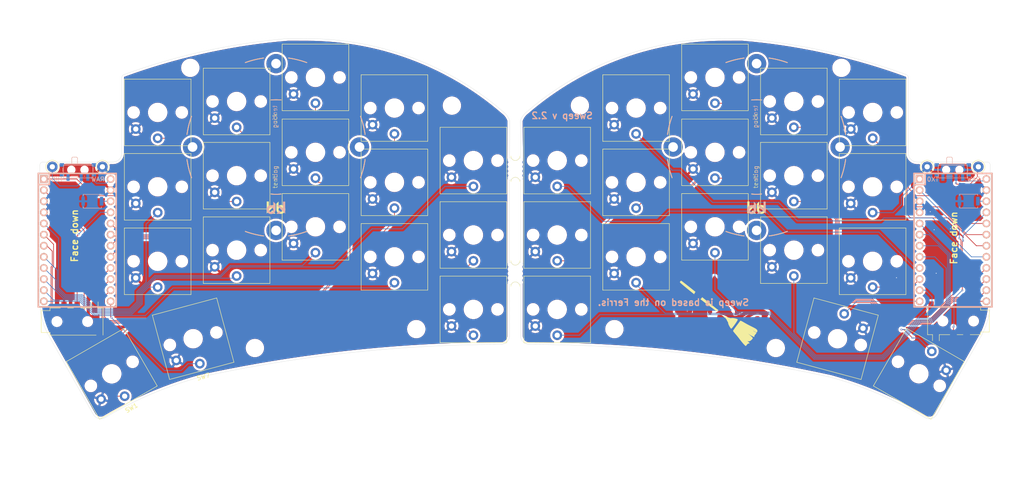
<source format=kicad_pcb>
(kicad_pcb (version 20211014) (generator pcbnew)
  (layers (0 "F.Cu" signal) (31 "B.Cu" signal) (34 "B.Paste" user) (35 "F.Paste" user) (36 "B.SilkS" user "B.Silkscreen") (37 "F.SilkS" user "F.Silkscreen") (38 "B.Mask" user) (39 "F.Mask" user) (44 "Edge.Cuts" user))
  (net 0 "")
  (net 1 "gnd")
  (net 2 "vcc")
  (net 3 "Switch18")
  (net 4 "reset")
  (net 5 "Switch1")
  (net 6 "Switch2")
  (net 7 "Switch3")
  (net 8 "Switch4")
  (net 9 "Switch5")
  (net 10 "Switch6")
  (net 11 "Switch7")
  (net 12 "Switch8")
  (net 13 "Switch9")
  (net 14 "Switch10")
  (net 15 "Switch11")
  (net 16 "Switch12")
  (net 17 "Switch13")
  (net 18 "Switch14")
  (net 19 "Switch15")
  (net 20 "Switch16")
  (net 21 "Switch17")
  (net 22 "raw")
  (net 23 "BT+_r")
  (net 24 "Switch18_r")
  (net 25 "reset_r")
  (net 26 "Switch9_r")
  (net 27 "Switch10_r")
  (net 28 "Switch11_r")
  (net 29 "Switch12_r")
  (net 30 "Switch13_r")
  (net 31 "Switch14_r")
  (net 32 "Switch15_r")
  (net 33 "Switch16_r")
  (net 34 "Switch17_r")
  (net 35 "Switch1_r")
  (net 36 "Switch2_r")
  (net 37 "Switch3_r")
  (net 38 "Switch4_r")
  (net 39 "Switch5_r")
  (net 40 "Switch6_r")
  (net 41 "Switch7_r")
  (net 42 "Switch8_r")
  (net 43 "BT+")
  (footprint "Keebio-Parts:ArduinoProMicro-BackSide" (layer "F.Cu") (at 230.178 67.564 -90)
    (fp_text reference "U1" hide)
    (fp_text value "ProMicro-kbd" hide)
  )
  (footprint "Connector_Audio:Jack_3.5mm_PJ320D_Horizontal" (layer "F.Cu") (at 30.484 86.16)
    (fp_text reference "J2")
    (fp_text value "AudioJack4dpb")
  )
  (footprint "Switch_Keyboard_Kailh:SW_Kailh_Choc_V1" (layer "F.Cu") (at 175.856 64.516 180)
    (fp_text reference "SW16")
    (fp_text value "SW_Push")
  )
  (footprint "Switch_Keyboard_Kailh:SW_Kailh_Choc_V1" (layer "F.Cu") (at 222.386 98.082 -30)
    (fp_text reference "SW20")
    (fp_text value "SW_Push")
  )
  (footprint "Switch_Keyboard_Kailh:SW_Kailh_Choc_V1" (layer "F.Cu") (at 157.856 71.374 180)
    (fp_text reference "SW15")
    (fp_text value "SW_Push")
  )
  (footprint "Switch_Keyboard_Kailh:SW_Kailh_Choc_V1" (layer "F.Cu") (at 203.826 90.082 -15)
    (fp_text reference "SW21")
    (fp_text value "SW_Push")
  )
  (footprint "Switch_Keyboard_Kailh:SW_Kailh_Choc_V1" (layer "F.Cu") (at 193.856 69.85 180)
    (fp_text reference "SW17")
    (fp_text value "SW_Push")
  )
  (footprint "Switch_Keyboard_Kailh:SW_Kailh_Choc_V1" (layer "F.Cu") (at 211.836 72.39 180)
    (fp_text reference "SW18")
    (fp_text value "SW_Push")
  )
  (footprint "Switch_Keyboard_Kailh:SW_Kailh_Choc_V1" (layer "F.Cu") (at 175.856 30.382 180)
    (fp_text reference "SW4")
    (fp_text value "SW_Push")
  )
  (footprint "Switch_Keyboard_Kailh:SW_Kailh_Choc_V1" (layer "F.Cu") (at 157.856 37.382 180)
    (fp_text reference "SW3")
    (fp_text value "SW_Push")
  )
  (footprint "Switch_Keyboard_Kailh:SW_Kailh_Choc_V1" (layer "F.Cu") (at 157.856 54.356 180)
    (fp_text reference "SW9")
    (fp_text value "SW_Push")
  )
  (footprint "Switch_Keyboard_Kailh:SW_Kailh_Choc_V1" (layer "F.Cu") (at 139.856 83.382 180)
    (fp_text reference "SW14")
    (fp_text value "SW_Push")
  )
  (footprint "Switch_Keyboard_Kailh:SW_Kailh_Choc_V1" (layer "F.Cu") (at 211.836 55.372 180)
    (fp_text reference "SW12")
    (fp_text value "SW_Push")
  )
  (footprint "Switch_Keyboard_Kailh:SW_Kailh_Choc_V1" (layer "F.Cu") (at 193.856 52.832 180)
    (fp_text reference "SW11")
    (fp_text value "SW_Push")
  )
  (footprint "Switch_Keyboard_Kailh:SW_Kailh_Choc_V1" (layer "F.Cu") (at 139.856 66.382 180)
    (fp_text reference "SW8")
    (fp_text value "SW_Push")
  )
  (footprint "Switch_Keyboard_Kailh:SW_Kailh_Choc_V1" (layer "F.Cu") (at 211.856 38.382 180)
    (fp_text reference "SW6")
    (fp_text value "SW_Push")
  )
  (footprint "Switch_Keyboard_Kailh:SW_Kailh_Choc_V1" (layer "F.Cu") (at 193.856 35.882 180)
    (fp_text reference "SW5")
    (fp_text value "SW_Push")
  )
  (footprint "Switch_Keyboard_Kailh:SW_Kailh_Choc_V1" (layer "F.Cu") (at 139.856 49.382 180)
    (fp_text reference "SW2")
    (fp_text value "SW_Push")
  )
  (footprint "Duckyb-Parts:mouse-bite-5mm-slot-with-space-for-track" (layer "F.Cu") (at 130.302 75.184)
    (fp_text reference "mouse-bite-2mm-slot" hide)
    (fp_text value "VAL**" hide)
  )
  (footprint "Switch_Keyboard_Kailh:SW_Kailh_Choc_V1" (layer "F.Cu") (at 175.856 47.498 180)
    (fp_text reference "SW10")
    (fp_text value "SW_Push")
  )
  (footprint "kbd:Tenting_Puck2" (layer "F.Cu") (at 185.356 46.282)
    (fp_text reference "PUCK1")
    (fp_text value "Tenting Puck")
  )
  (footprint "Connector_Pin:Pin_D1.0mm_L10.0mm_LooseFit" (layer "F.Cu") (at 235.966 50.8)
    (fp_text reference "Bat+r1")
    (fp_text value "MountingHole_Pad")
  )
  (footprint "Connector_Pin:Pin_D1.0mm_L10.0mm_LooseFit" (layer "F.Cu") (at 224.282 50.8)
    (fp_text reference "BatGND1")
    (fp_text value "MountingHole_Pad")
  )
  (footprint "Keebio-Parts:ArduinoProMicro-BackSide" (layer "F.Cu") (at 30.326 67.564 -90)
    (fp_text reference "U2" hide)
    (fp_text value "ProMicro-kbd" hide)
  )
  (footprint "Connector_Audio:Jack_3.5mm_PJ320D_Horizontal" (layer "F.Cu") (at 230.1 86.05 180)
    (fp_text reference "J1")
    (fp_text value "AudioJack4dpb")
  )
  (footprint "Switch_Keyboard_Kailh:SW_Kailh_Choc_V1" (layer "F.Cu") (at 48.686 72.39 180)
    (fp_text reference "SW17_r1")
    (fp_text value "SW_Push")
  )
  (footprint "Switch_Keyboard_Kailh:SW_Kailh_Choc_V1" (layer "F.Cu") (at 66.7 52.832 180)
    (fp_text reference "SW11_r1")
    (fp_text value "SW_Push")
  )
  (footprint "Switch_Keyboard_Kailh:SW_Kailh_Choc_V1" (layer "F.Cu") (at 84.688 64.516 180)
    (fp_text reference "SW15_r1")
    (fp_text value "SW_Push")
  )
  (footprint "Switch_Keyboard_Kailh:SW_Kailh_Choc_V1" (layer "F.Cu") (at 102.714 71.374 180)
    (fp_text reference "SW18_r1")
    (fp_text value "SW_Push")
  )
  (footprint "Switch_Keyboard_Kailh:SW_Kailh_Choc_V1" (layer "F.Cu") (at 48.686 38.382 180)
    (fp_text reference "SW6_r1")
    (fp_text value "SW_Push")
  )
  (footprint "Switch_Keyboard_Kailh:SW_Kailh_Choc_V1" (layer "F.Cu") (at 66.7 35.882 180)
    (fp_text reference "SW5_r1")
    (fp_text value "SW_Push")
  )
  (footprint "Switch_Keyboard_Kailh:SW_Kailh_Choc_V1" (layer "F.Cu") (at 120.732 49.382 180)
    (fp_text reference "SW2_r1")
    (fp_text value "SW_Push")
  )
  (footprint "Switch_Keyboard_Kailh:SW_Kailh_Choc_V1" (layer "F.Cu") (at 66.7 69.85 180)
    (fp_text reference "SW16_r1")
    (fp_text value "SW_Push")
  )
  (footprint "Switch_Keyboard_Kailh:SW_Kailh_Choc_V1" (layer "F.Cu") (at 84.688 30.382 180)
    (fp_text reference "SW4_r1")
    (fp_text value "SW_Push")
  )
  (footprint "Switch_Keyboard_Kailh:SW_Kailh_Choc_V1" (layer "F.Cu") (at 120.732 83.382 180)
    (fp_text reference "SW13_r1")
    (fp_text value "SW_Push")
  )
  (footprint "Switch_Keyboard_Kailh:SW_Kailh_Choc_V1" (layer "F.Cu") (at 48.686 55.372 180)
    (fp_text reference "SW12_r1")
    (fp_text value "SW_Push")
  )
  (footprint "Switch_Keyboard_Kailh:SW_Kailh_Choc_V1" (layer "F.Cu") (at 102.714 37.382 180)
    (fp_text reference "SW3_r1")
    (fp_text value "SW_Push")
  )
  (footprint "Switch_Keyboard_Kailh:SW_Kailh_Choc_V1" (layer "F.Cu") (at 102.714 54.356 180)
    (fp_text reference "SW8_r1")
    (fp_text value "SW_Push")
  )
  (footprint "Switch_Keyboard_Kailh:SW_Kailh_Choc_V1" (layer "F.Cu") (at 84.688 47.498 180)
    (fp_text reference "SW9_r1")
    (fp_text value "SW_Push")
  )
  (footprint "Switch_Keyboard_Kailh:SW_Kailh_Choc_V1" (layer "F.Cu") (at 120.732 66.382 180)
    (fp_text reference "SW7_r1")
    (fp_text value "SW_Push")
  )
  (footprint "kbd:Tenting_Puck2" (layer "F.Cu") (at 75.692 46.282)
    (fp_text reference "PUCK2")
    (fp_text value "Tenting Puck")
  )
  (footprint "Connector_Pin:Pin_D1.0mm_L10.0mm_LooseFit" (layer "F.Cu") (at 36.068 50.8)
    (fp_text reference "BatGND4")
    (fp_text value "MountingHole_Pad")
  )
  (footprint "Connector_Pin:Pin_D1.0mm_L10.0mm_LooseFit" (layer "F.Cu") (at 24.638 50.8)
    (fp_text reference "Bat+1")
    (fp_text value "MountingHole_Pad")
  )
  (footprint "Switch_Keyboard_Kailh:SW_Kailh_Choc_V1" (layer "F.Cu") (at 38.2 98.1 -150)
    (fp_text reference "SW1")
    (fp_text value "SW_Push")
  )
  (footprint "MountingHole:MountingHole_3.2mm_M3" (layer "F.Cu") (at 107.696 87.884)
    (fp_text reference "H7")
    (fp_text value "MountingHole")
  )
  (footprint "Duckyb-Parts:mouse-bite-5mm-slot-with-space-for-track" (layer "F.Cu") (at 130.302 51.275)
    (fp_text reference "mouse-bite-2mm-slot" hide)
    (fp_text value "VAL**" hide)
  )
  (footprint "MountingHole:MountingHole_3.2mm_M3" (layer "F.Cu") (at 152.908 87.884)
    (fp_text reference "H8")
    (fp_text value "MountingHole")
  )
  (footprint "MountingHole:MountingHole_3.2mm_M3" (layer "F.Cu") (at 145.034 36.83)
    (fp_text reference "H5")
    (fp_text value "MountingHole")
  )
  (footprint "MountingHole:MountingHole_3.2mm_M3" (layer "F.Cu") (at 70.866 92.202)
    (fp_text reference "H3")
    (fp_text value "MountingHole")
  )
  (footprint "Kailh:ferris_broom" (layer "F.Cu") (at 175.58 84.09 7)
    (fp_text reference "G***" hide)
    (fp_text value "LOGO" hide)
  )
  (footprint "MountingHole:MountingHole_3.2mm_M3" (layer "F.Cu") (at 56.134 28.194)
    (fp_text reference "H1")
    (fp_text value "MountingHole")
  )
  (footprint "MountingHole:MountingHole_3.2mm_M3" (layer "F.Cu") (at 189.738 92.202)
    (fp_text reference "H6")
    (fp_text value "MountingHole")
  )
  (footprint "MountingHole:MountingHole_3.2mm_M3" (layer "F.Cu") (at 115.824 36.83)
    (fp_text reference "H4")
    (fp_text value "MountingHole")
  )
  (footprint "Switch_Keyboard_Kailh:SW_Kailh_Choc_V1" (layer "F.Cu") (at 56.775 90.075 -165)
    (fp_text reference "SW7")
    (fp_text value "SW_Push")
  )
  (footprint "MountingHole:MountingHole_3.2mm_M3" (layer "F.Cu") (at 204.724 28.194)
    (fp_text reference "H2")
    (fp_text value "MountingHole")
  )
  (footprint "Button_Switch_SMD:SW_SPDT_PCM12" (layer "B.Cu") (at 230.124 51.816)
    (fp_text reference "SW_POWERR1")
    (fp_text value "SW_SPDT")
  )
  (footprint "Button_Switch_SMD:SW_Push_SPST_NO_Alps_SKRK" (layer "B.Cu") (at 233.75 58.65)
    (fp_text reference "RSW1")
    (fp_text value "SW_Push")
  )
  (footprint "Button_Switch_SMD:SW_SPDT_PCM12" (layer "B.Cu") (at 30.48 51.816)
    (fp_text reference "SW_POWER1")
    (fp_text value "SW_SPDT")
  )
  (footprint "Button_Switch_SMD:SW_Push_SPST_NO_Alps_SKRK" (layer "B.Cu") (at 33.775 58.675)
    (fp_text reference "RSW2")
    (fp_text value "SW_Push")
  )
  (gr_rect (start 27.178 50.419) (end 33.909 53.34) (layer "B.SilkS") (width 0.12) (fill none))
  (gr_rect (start 226.822 50.419) (end 233.426 53.34) (layer "B.SilkS") (width 0.12) (fill none))
  (gr_line (start 131.5085 77.724) (end 131.506254 89.547024) (layer "Edge.Cuts") (width 0.05))
  (gr_line (start 219.998001 47.763999) (end 219.998045 30.439419) (layer "Edge.Cuts") (width 0.05))
  (gr_arc (start 226.446 107.451265) (mid 225.204995 108.32098) (end 223.714 108.05) (layer "Edge.Cuts") (width 0.05))
  (gr_arc (start 222.033002 49.694917) (mid 220.620534 49.145716) (end 219.998001 47.763999) (layer "Edge.Cuts") (width 0.05))
  (gr_arc (start 182.067777 21.502679) (mid 201.091879 24.375764) (end 219.56329 29.758889) (layer "Edge.Cuts") (width 0.05))
  (gr_arc (start 132.893 38.265) (mid 153.988491 25.788882) (end 178.120389 21.508139) (layer "Edge.Cuts") (width 0.05))
  (gr_arc (start 237.938 49.692) (mid 238.46833 49.91167) (end 238.688 50.442) (layer "Edge.Cuts") (width 0.05))
  (gr_arc (start 131.466055 40.278702) (mid 132.022929 39.160882) (end 132.893 38.265) (layer "Edge.Cuts") (width 0.05))
  (gr_arc (start 133.544 91.383119) (mid 132.156573 90.874102) (end 131.506254 89.547024) (layer "Edge.Cuts") (width 0.05))
  (gr_arc (start 219.56329 29.758889) (mid 219.880079 30.035645) (end 219.998045 30.439419) (layer "Edge.Cuts") (width 0.05))
  (gr_arc (start 202.185134 98.863946) (mid 213.262488 102.723597) (end 223.714 108.05) (layer "Edge.Cuts") (width 0.05))
  (gr_line (start 222.033002 49.694917) (end 237.938 49.692) (layer "Edge.Cuts") (width 0.05))
  (gr_arc (start 133.544 91.383119) (mid 168.064442 93.289554) (end 202.185134 98.863946) (layer "Edge.Cuts") (width 0.05))
  (gr_line (start 238.688 58.42) (end 238.688 66.548) (layer "Edge.Cuts") (width 0.05))
  (gr_line (start 236.953304 88.85815) (end 226.446 107.451265) (layer "Edge.Cuts") (width 0.05))
  (gr_arc (start 238.7 81.534) (mid 238.242913 85.295347) (end 236.953304 88.85815) (layer "Edge.Cuts") (width 0.05))
  (gr_line (start 182.067777 21.502679) (end 178.120389 21.508139) (layer "Edge.Cuts") (width 0.05))
  (gr_line (start 238.688 50.442) (end 238.688 58.42) (layer "Edge.Cuts") (width 0.05))
  (gr_line (start 131.466055 40.278702) (end 131.572 48.768) (layer "Edge.Cuts") (width 0.05))
  (gr_line (start 129.3495 48.768) (end 128.96 48.768) (layer "Edge.Cuts") (width 0.05))
  (gr_line (start 238.688 66.548) (end 238.688 75.438) (layer "Edge.Cuts") (width 0.05))
  (gr_line (start 238.688 75.438) (end 238.7 81.534) (layer "Edge.Cuts") (width 0.05))
  (gr_line (start 129.3495 72.644) (end 128.96 72.644) (layer "Edge.Cuts") (width 0.05))
  (gr_line (start 129.3495 53.848) (end 128.96 53.848) (layer "Edge.Cuts") (width 0.05))
  (gr_line (start 129.3495 77.724) (end 128.96 77.724) (layer "Edge.Cuts") (width 0.05))
  (gr_line (start 131.572 53.848) (end 131.572 72.644) (layer "Edge.Cuts") (width 0.05))
  (gr_line (start 78.412223 21.502679) (end 82.613611 21.508139) (layer "Edge.Cuts") (width 0.05))
  (gr_line (start 21.792 50.442) (end 21.792 58.42) (layer "Edge.Cuts") (width 0.05))
  (gr_line (start 128.96 77.724) (end 128.975507 89.545022) (layer "Edge.Cuts") (width 0.05))
  (gr_arc (start 127.587 38.265) (mid 128.457071 39.160882) (end 129.013945 40.278702) (layer "Edge.Cuts") (width 0.05))
  (gr_arc (start 128.975507 89.545022) (mid 128.324689 90.873432) (end 126.936 91.383119) (layer "Edge.Cuts") (width 0.05))
  (gr_line (start 40.481999 47.763999) (end 40.481955 30.439419) (layer "Edge.Cuts") (width 0.05))
  (gr_line (start 21.792 66.548) (end 21.792 73.914) (layer "Edge.Cuts") (width 0.05))
  (gr_line (start 23.526696 88.85815) (end 34.034 107.451265) (layer "Edge.Cuts") (width 0.05))
  (gr_arc (start 40.481999 47.763999) (mid 39.859467 49.145717) (end 38.446998 49.694917) (layer "Edge.Cuts") (width 0.05))
  (gr_arc (start 40.91671 29.758889) (mid 59.388121 24.375764) (end 78.412223 21.502679) (layer "Edge.Cuts") (width 0.05))
  (gr_arc (start 58.294866 98.863946) (mid 92.415558 93.289555) (end 126.936 91.383119) (layer "Edge.Cuts") (width 0.05))
  (gr_arc (start 23.526696 88.85815) (mid 22.237087 85.295347) (end 21.78 81.534) (layer "Edge.Cuts") (width 0.05))
  (gr_arc (start 21.792 50.442) (mid 22.01167 49.91167) (end 22.542 49.692) (layer "Edge.Cuts") (width 0.05))
  (gr_line (start 38.446998 49.694917) (end 22.542 49.692) (layer "Edge.Cuts") (width 0.05))
  (gr_line (start 21.792 58.42) (end 21.792 66.548) (layer "Edge.Cuts") (width 0.05))
  (gr_arc (start 40.481955 30.439419) (mid 40.599921 30.035645) (end 40.91671 29.758889) (layer "Edge.Cuts") (width 0.05))
  (gr_arc (start 36.766 108.05) (mid 35.275005 108.32098) (end 34.034 107.451265) (layer "Edge.Cuts") (width 0.05))
  (gr_arc (start 82.613611 21.508139) (mid 106.610476 25.833455) (end 127.587 38.265) (layer "Edge.Cuts") (width 0.05))
  (gr_arc (start 36.766 108.05) (mid 47.217512 102.723597) (end 58.294866 98.863946) (layer "Edge.Cuts") (width 0.05))
  (gr_line (start 21.792 73.914) (end 21.78 81.534) (layer "Edge.Cuts") (width 0.05))
  (gr_line (start 128.96 53.848) (end 128.96 72.644) (layer "Edge.Cuts") (width 0.05))
  (gr_line (start 129.013945 40.278702) (end 128.96 48.768) (layer "Edge.Cuts") (width 0.05))
  (gr_line (start 131.572 48.768) (end 131.2545 48.768) (layer "Edge.Cuts") (width 0.05))
  (gr_arc (start 131.254499 72.644) (mid 130.302 73.288873) (end 129.349501 72.643999) (layer "Edge.Cuts") (width 0.05))
  (gr_line (start 131.572 53.848) (end 131.2545 53.848) (layer "Edge.Cuts") (width 0.05))
  (gr_arc (start 129.349501 77.724) (mid 130.302 77.079127) (end 131.254499 77.724001) (layer "Edge.Cuts") (width 0.05))
  (gr_line (start 131.572 72.644) (end 131.2545 72.644) (layer "Edge.Cuts") (width 0.05))
  (gr_arc (start 131.254499 48.768) (mid 130.302 49.412873) (end 129.349501 48.767999) (layer "Edge.Cuts") (width 0.05))
  (gr_line (start 131.5085 77.724) (end 131.2545 77.724) (layer "Edge.Cuts") (width 0.05))
  (gr_arc (start 129.349501 53.848) (mid 130.302 53.203127) (end 131.254499 53.848001) (layer "Edge.Cuts") (width 0.05))
  (gr_text "Sweep v 2.2" (at 140.97 39.116) (layer "B.SilkS") (effects (font (size 1.5 1.5) (thickness 0.3)) (justify mirror)))
  (gr_text "Sweep is based on the Ferris." (at 166.37 81.788) (layer "B.SilkS") (effects (font (size 1.5 1.5) (thickness 0.3)) (justify mirror)))
  (gr_text "Face down" (at 230.378 67.056 90) (layer "F.SilkS") (effects (font (size 1.5 1.5) (thickness 0.3))))
  (gr_text "Face down" (at 29.718 66.548 90) (layer "F.SilkS") (effects (font (size 1.5 1.5) (thickness 0.3))))
  (via (at 226.35 75.13) (size 0.4) (drill 0.2) (layers "F.Cu" "B.Cu") (net 1))
  (via (at 217.28 76.14) (size 0.4) (drill 0.2) (layers "F.Cu" "B.Cu") (net 1))
  (via (at 225.88 65.18) (size 0.4) (drill 0.2) (layers "F.Cu" "B.Cu") (net 1))
  (via (at 224.99 61.05) (size 0.4) (drill 0.2) (layers "F.Cu" "B.Cu") (net 1))
  (via (at 229.62 64.95) (size 0.4) (drill 0.2) (layers "F.Cu" "B.Cu") (net 1))
  (segment (start 30.309 66.541) (end 30.65 66.2) (width 0.15) (layer "F.Cu") (net 2))
  (segment (start 230.275 87.39) (end 230.275 89.3) (width 0.15) (layer "F.Cu") (net 2))
  (segment (start 232.46 67.71) (end 232.3 67.87) (width 0.15) (layer "F.Cu") (net 2))
  (segment (start 30.309 82.91) (end 30.309 66.541) (width 0.15) (layer "F.Cu") (net 2))
  (segment (start 232.3 67.87) (end 232.3 78.99) (width 0.15) (layer "F.Cu") (net 2))
  (via (at 232.46 67.71) (size 0.4) (drill 0.2) (layers "F.Cu" "B.Cu") (net 2))
  (via (at 230.275 87.39) (size 0.4) (drill 0.2) (layers "F.Cu" "B.Cu") (net 2))
  (via (at 30.65 66.2) (size 0.4) (drill 0.2) (layers "F.Cu" "B.Cu") (net 2))
  (via (at 232.3 78.99) (size 0.4) (drill 0.2) (layers "F.Cu" "B.Cu") (net 2))
  (segment (start 230.275 87.39) (end 230.4 87.265) (width 0.15) (layer "B.Cu") (net 2))
  (segment (start 232.44 66.572) (end 232.44 66.99) (width 0.15) (layer "B.Cu") (net 2))
  (segment (start 232.44 67.69) (end 232.46 67.71) (width 0.15) (layer "B.Cu") (net 2))
  (segment (start 230.4 87.265) (end 230.4 80.89) (width 0.15) (layer "B.Cu") (net 2))
  (segment (start 237.798 61.214) (end 232.44 66.572) (width 0.15) (layer "B.Cu") (net 2))
  (segment (start 30.65 66.2) (end 35.636 61.214) (width 0.15) (layer "B.Cu") (net 2))
  (segment (start 230.4 80.89) (end 232.3 78.99) (width 0.15) (layer "B.Cu") (net 2))
  (segment (start 232.44 66.99) (end 232.44 67.69) (width 0.15) (layer "B.Cu") (net 2))
  (segment (start 35.636 61.214) (end 37.946 61.214) (width 0.15) (layer "B.Cu") (net 2))
  (segment (start 232 67.51) (end 232 78.072944) (width 0.15) (layer "F.Cu") (net 3))
  (segment (start 231.61 67.12) (end 232 67.51) (width 0.15) (layer "F.Cu") (net 3))
  (segment (start 227.272944 82.8) (end 225.175 82.8) (width 0.15) (layer "F.Cu") (net 3))
  (segment (start 232 78.072944) (end 227.272944 82.8) (width 0.15) (layer "F.Cu") (net 3))
  (via (at 231.61 67.12) (size 0.4) (drill 0.2) (layers "F.Cu" "B.Cu") (net 3))
  (segment (start 231.61 65.186) (end 231.61 67.12) (width 0.15) (layer "B.Cu") (net 3))
  (segment (start 222.558 56.134) (end 231.61 65.186) (width 0.15) (layer "B.Cu") (net 3))
  (segment (start 235.85 58.65) (end 235.874 58.674) (width 0.15) (layer "B.Cu") (net 4))
  (segment (start 235.874 58.674) (end 237.798 58.674) (width 0.15) (layer "B.Cu") (net 4))
  (segment (start 162.925 63.275) (end 150.3 63.275) (width 0.15) (layer "B.Cu") (net 5))
  (segment (start 187.3 60.925) (end 165.275 60.925) (width 0.15) (layer "B.Cu") (net 5))
  (segment (start 221.464 73.914) (end 213.275 65.725) (width 0.15) (layer "B.Cu") (net 5))
  (segment (start 222.558 73.914) (end 221.464 73.914) (width 0.15) (layer "B.Cu") (net 5))
  (segment (start 192.1 65.725) (end 187.3 60.925) (width 0.15) (layer "B.Cu") (net 5))
  (segment (start 213.275 65.725) (end 192.1 65.725) (width 0.15) (layer "B.Cu") (net 5))
  (segment (start 150.3 63.275) (end 142.307 55.282) (width 0.15) (layer "B.Cu") (net 5))
  (segment (start 142.307 55.282) (end 139.856 55.282) (width 0.15) (layer "B.Cu") (net 5))
  (segment (start 165.275 60.925) (end 162.925 63.275) (width 0.15) (layer "B.Cu") (net 5))
  (segment (start 213.69 63.17) (end 194.64 63.17) (width 0.15) (layer "B.Cu") (net 6))
  (segment (start 165.96 51.386) (end 157.856 43.282) (width 0.15) (layer "B.Cu") (net 6))
  (segment (start 190.42 58.95) (end 175.3 58.95) (width 0.15) (layer "B.Cu") (net 6))
  (segment (start 234.404 71.374) (end 225.53 62.5) (width 0.15) (layer "B.Cu") (net 6))
  (segment (start 194.64 63.17) (end 190.42 58.95) (width 0.15) (layer "B.Cu") (net 6))
  (segment (start 167.93 51.58) (end 165.96 51.58) (width 0.15) (layer "B.Cu") (net 6))
  (segment (start 175.3 58.95) (end 167.93 51.58) (width 0.15) (layer "B.Cu") (net 6))
  (segment (start 214.36 62.5) (end 213.69 63.17) (width 0.15) (layer "B.Cu") (net 6))
  (segment (start 165.96 51.58) (end 165.96 51.386) (width 0.15) (layer "B.Cu") (net 6))
  (segment (start 225.53 62.5) (end 214.36 62.5) (width 0.15) (layer "B.Cu") (net 6))
  (segment (start 237.798 71.374) (end 234.404 71.374) (width 0.15) (layer "B.Cu") (net 6))
  (segment (start 197.275 44.075) (end 198.475 42.875) (width 0.15) (layer "F.Cu") (net 7))
  (segment (start 219.4 61.375) (end 220.5 62.475) (width 0.15) (layer "F.Cu") (net 7))
  (segment (start 235.510472 68.834) (end 237.798 68.834) (width 0.15) (layer "F.Cu") (net 7))
  (segment (start 198.475 42.875) (end 205.075 42.875) (width 0.15) (layer "F.Cu") (net 7))
  (segment (start 220.5 62.475) (end 229.151472 62.475) (width 0.15) (layer "F.Cu") (net 7))
  (segment (start 229.151472 62.475) (end 235.510472 68.834) (width 0.15) (layer "F.Cu") (net 7))
  (segment (start 180.282 36.282) (end 188.025 44.025) (width 0.15) (layer "F.Cu") (net 7))
  (segment (start 188.025 44.025) (end 191.675 44.025) (width 0.15) (layer "F.Cu") (net 7))
  (segment (start 217.337736 50.612264) (end 219.4 52.674528) (width 0.15) (layer "F.Cu") (net 7))
  (segment (start 191.675 44.025) (end 191.725 44.075) (width 0.15) (layer "F.Cu") (net 7))
  (segment (start 191.725 44.075) (end 197.275 44.075) (width 0.15) (layer "F.Cu") (net 7))
  (segment (start 205.075 42.875) (end 212.812264 50.612264) (width 0.15) (layer "F.Cu") (net 7))
  (segment (start 219.4 52.674528) (end 219.4 61.375) (width 0.15) (layer "F.Cu") (net 7))
  (segment (start 212.812264 50.612264) (end 217.337736 50.612264) (width 0.15) (layer "F.Cu") (net 7))
  (segment (start 175.856 36.282) (end 180.282 36.282) (width 0.15) (layer "F.Cu") (net 7))
  (segment (start 227.050736 59.95) (end 233.394736 66.294) (width 0.15) (layer "F.Cu") (net 8))
  (segment (start 217.462 50.312264) (end 219.7 52.550264) (width 0.15) (layer "F.Cu") (net 8))
  (segment (start 213.187264 50.312264) (end 217.462 50.312264) (width 0.15) (layer "F.Cu") (net 8))
  (segment (start 202.693 41.782) (end 204.4 40.075) (width 0.15) (layer "F.Cu") (net 8))
  (segment (start 221.9 59.95) (end 227.050736 59.95) (width 0.15) (layer "F.Cu") (net 8))
  (segment (start 219.7 57.75) (end 221.9 59.95) (width 0.15) (layer "F.Cu") (net 8))
  (segment (start 207.85 40.075) (end 208.775 41) (width 0.15) (layer "F.Cu") (net 8))
  (segment (start 208.775 41) (end 208.775 45.9) (width 0.15) (layer "F.Cu") (net 8))
  (segment (start 208.775 45.9) (end 213.187264 50.312264) (width 0.15) (layer "F.Cu") (net 8))
  (segment (start 193.856 41.782) (end 202.693 41.782) (width 0.15) (layer "F.Cu") (net 8))
  (segment (start 233.394736 66.294) (end 237.798 66.294) (width 0.15) (layer "F.Cu") (net 8))
  (segment (start 204.4 40.075) (end 207.85 40.075) (width 0.15) (layer "F.Cu") (net 8))
  (segment (start 219.7 52.550264) (end 219.7 57.75) (width 0.15) (layer "F.Cu") (net 8))
  (segment (start 220 52.426) (end 211.856 44.282) (width 0.15) (layer "F.Cu") (net 9))
  (segment (start 221.75 57.4) (end 220 55.65) (width 0.15) (layer "F.Cu") (net 9))
  (segment (start 237.798 63.754) (end 231.279 63.754) (width 0.15) (layer "F.Cu") (net 9))
  (segment (start 224.925 57.4) (end 221.75 57.4) (width 0.15) (layer "F.Cu") (net 9))
  (segment (start 231.279 63.754) (end 224.925 57.4) (width 0.15) (layer "F.Cu") (net 9))
  (segment (start 220 55.65) (end 220 52.426) (width 0.15) (layer "F.Cu") (net 9))
  (segment (start 184.696528 52.798) (end 186.238528 54.34) (width 0.15) (layer "F.Cu") (net 10))
  (segment (start 174.585736 50.9) (end 177.924264 50.9) (width 0.15) (layer "F.Cu") (net 10))
  (segment (start 233.193736 80.634) (end 235.003868 78.823868) (width 0.15) (layer "F.Cu") (net 10))
  (segment (start 156.75 57.8) (end 167.685736 57.8) (width 0.15) (layer "F.Cu") (net 10))
  (segment (start 235.003868 76.708132) (end 237.798 73.914) (width 0.15) (layer "F.Cu") (net 10))
  (segment (start 177.924264 50.9) (end 179.822264 52.798) (width 0.15) (layer "F.Cu") (net 10))
  (segment (start 191.218528 54.34) (end 192.608528 55.73) (width 0.15) (layer "F.Cu") (net 10))
  (segment (start 192.608528 55.73) (end 197.588528 55.73) (width 0.15) (layer "F.Cu") (net 10))
  (segment (start 204.23 80.267208) (end 204.872792 80.91) (width 0.15) (layer "F.Cu") (net 10))
  (segment (start 216.702792 85.9) (end 224.597208 85.9) (width 0.15) (layer "F.Cu") (net 10))
  (segment (start 186.238528 54.34) (end 191.218528 54.34) (width 0.15) (layer "F.Cu") (net 10))
  (segment (start 167.685736 57.8) (end 174.585736 50.9) (width 0.15) (layer "F.Cu") (net 10))
  (segment (start 235.003868 78.823868) (end 235.003868 76.708132) (width 0.15) (layer "F.Cu") (net 10))
  (segment (start 139.856 72.282) (end 142.268 72.282) (width 0.15) (layer "F.Cu") (net 10))
  (segment (start 204.872792 80.91) (end 211.712792 80.91) (width 0.15) (layer "F.Cu") (net 10))
  (segment (start 142.268 72.282) (end 156.75 57.8) (width 0.15) (layer "F.Cu") (net 10))
  (segment (start 204.23 62.371472) (end 204.23 80.267208) (width 0.15) (layer "F.Cu") (net 10))
  (segment (start 179.822264 52.798) (end 184.696528 52.798) (width 0.15) (layer "F.Cu") (net 10))
  (segment (start 197.588528 55.73) (end 204.23 62.371472) (width 0.15) (layer "F.Cu") (net 10))
  (segment (start 224.597208 85.9) (end 229.863208 80.634) (width 0.15) (layer "F.Cu") (net 10))
  (segment (start 229.863208 80.634) (end 233.193736 80.634) (width 0.15) (layer "F.Cu") (net 10))
  (segment (start 211.712792 80.91) (end 216.702792 85.9) (width 0.15) (layer "F.Cu") (net 10))
  (segment (start 186.114264 54.64) (end 184.572264 53.098) (width 0.15) (layer "F.Cu") (net 11))
  (segment (start 211.588528 81.21) (end 204.748528 81.21) (width 0.15) (layer "F.Cu") (net 11))
  (segment (start 160.012 58.1) (end 157.856 60.256) (width 0.15) (layer "F.Cu") (net 11))
  (segment (start 216.578528 86.2) (end 211.588528 81.21) (width 0.15) (layer "F.Cu") (net 11))
  (segment (start 197.464264 56.03) (end 192.484264 56.03) (width 0.15) (layer "F.Cu") (net 11))
  (segment (start 203.93 62.495736) (end 197.464264 56.03) (width 0.15) (layer "F.Cu") (net 11))
  (segment (start 203.93 80.391472) (end 203.93 62.495736) (width 0.15) (layer "F.Cu") (net 11))
  (segment (start 237.798 76.454) (end 233.318 80.934) (width 0.15) (layer "F.Cu") (net 11))
  (segment (start 174.71 51.2) (end 167.81 58.1) (width 0.15) (layer "F.Cu") (net 11))
  (segment (start 184.572264 53.098) (end 179.698 53.098) (width 0.15) (layer "F.Cu") (net 11))
  (segment (start 191.094264 54.64) (end 186.114264 54.64) (width 0.15) (layer "F.Cu") (net 11))
  (segment (start 229.987472 80.934) (end 224.721472 86.2) (width 0.15) (layer "F.Cu") (net 11))
  (segment (start 233.318 80.934) (end 229.987472 80.934) (width 0.15) (layer "F.Cu") (net 11))
  (segment (start 192.484264 56.03) (end 191.094264 54.64) (width 0.15) (layer "F.Cu") (net 11))
  (segment (start 204.748528 81.21) (end 203.93 80.391472) (width 0.15) (layer "F.Cu") (net 11))
  (segment (start 167.81 58.1) (end 160.012 58.1) (width 0.15) (layer "F.Cu") (net 11))
  (segment (start 224.721472 86.2) (end 216.578528 86.2) (width 0.15) (layer "F.Cu") (net 11))
  (segment (start 179.698 53.098) (end 177.8 51.2) (width 0.15) (layer "F.Cu") (net 11))
  (segment (start 177.8 51.2) (end 174.71 51.2) (width 0.15) (layer "F.Cu") (net 11))
  (segment (start 237.798 78.994) (end 235.558 81.234) (width 0.15) (layer "F.Cu") (net 12))
  (segment (start 184.448 53.398) (end 175.856 53.398) (width 0.15) (layer "F.Cu") (net 12))
  (segment (start 230.111736 81.234) (end 224.845736 86.5) (width 0.15) (layer "F.Cu") (net 12))
  (segment (start 235.558 81.234) (end 230.111736 81.234) (width 0.15) (layer "F.Cu") (net 12))
  (segment (start 211.464264 81.51) (end 204.624264 81.51) (width 0.15) (layer "F.Cu") (net 12))
  (segment (start 192.36 56.33) (end 190.97 54.94) (width 0.15) (layer "F.Cu") (net 12))
  (segment (start 216.454264 86.5) (end 211.464264 81.51) (width 0.15) (layer "F.Cu") (net 12))
  (segment (start 204.624264 81.51) (end 203.63 80.515736) (width 0.15) (layer "F.Cu") (net 12))
  (segment (start 203.63 62.62) (end 197.34 56.33) (width 0.15) (layer "F.Cu") (net 12))
  (segment (start 190.97 54.94) (end 185.99 54.94) (width 0.15) (layer "F.Cu") (net 12))
  (segment (start 197.34 56.33) (end 192.36 56.33) (width 0.15) (layer "F.Cu") (net 12))
  (segment (start 185.99 54.94) (end 184.448 53.398) (width 0.15) (layer "F.Cu") (net 12))
  (segment (start 224.845736 86.5) (end 216.454264 86.5) (width 0.15) (layer "F.Cu") (net 12))
  (segment (start 203.63 80.515736) (end 203.63 62.62) (width 0.15) (layer "F.Cu") (net 12))
  (segment (start 203.33 62.744264) (end 199.317736 58.732) (width 0.15) (layer "F.Cu") (net 13))
  (segment (start 230.236 81.534) (end 224.97 86.8) (width 0.15) (layer "F.Cu") (net 13))
  (segment (start 224.97 86.8) (end 216.33 86.8) (width 0.15) (layer "F.Cu") (net 13))
  (segment (start 216.33 86.8) (end 211.34 81.81) (width 0.15) (layer "F.Cu") (net 13))
  (segment (start 211.34 81.81) (end 204.5 81.81) (width 0.15) (layer "F.Cu") (net 13))
  (segment (start 204.5 81.81) (end 203.33 80.64) (width 0.15) (layer "F.Cu") (net 13))
  (segment (start 203.33 80.64) (end 203.33 62.744264) (width 0.15) (layer "F.Cu") (net 13))
  (segment (start 199.317736 58.732) (end 193.856 58.732) (width 0.15) (layer "F.Cu") (net 13))
  (segment (start 237.798 81.534) (end 230.236 81.534) (width 0.15) (layer "F.Cu") (net 13))
  (segment (start 211.836 61.272) (end 216.553 61.272) (width 0.15) (layer "B.Cu") (net 14))
  (segment (start 216.553 61.272) (end 218.425 59.4) (width 0.15) (layer "B.Cu") (net 14))
  (segment (start 218.425 59.4) (end 218.425 57.727) (width 0.15) (layer "B.Cu") (net 14))
  (segment (start 218.425 57.727) (end 222.558 53.594) (width 0.15) (layer "B.Cu") (net 14))
  (segment (start 229.525 82.45) (end 229.525 70.721) (width 0.15) (layer "B.Cu") (net 15))
  (segment (start 139.856 89.282) (end 144.893 89.282) (width 0.15) (layer "B.Cu") (net 15))
  (segment (start 229.525 70.721) (end 222.558 63.754) (width 0.15) (layer "B.Cu") (net 15))
  (segment (start 188.3 84.575) (end 198.475 94.75) (width 0.15) (layer "B.Cu") (net 15))
  (segment (start 214.425 94.75) (end 222.9 86.275) (width 0.15) (layer "B.Cu") (net 15))
  (segment (start 149.6 84.575) (end 188.3 84.575) (width 0.15) (layer "B.Cu") (net 15))
  (segment (start 222.9 86.275) (end 225.7 86.275) (width 0.15) (layer "B.Cu") (net 15))
  (segment (start 144.893 89.282) (end 149.6 84.575) (width 0.15) (layer "B.Cu") (net 15))
  (segment (start 198.475 94.75) (end 214.425 94.75) (width 0.15) (layer "B.Cu") (net 15))
  (segment (start 225.7 86.275) (end 229.525 82.45) (width 0.15) (layer "B.Cu") (net 15))
  (segment (start 229.225 70.845264) (end 229.225 82.325736) (width 0.15) (layer "B.Cu") (net 16))
  (segment (start 225.575736 85.975) (end 222.775736 85.975) (width 0.15) (layer "B.Cu") (net 16))
  (segment (start 198.599264 94.45) (end 188.424264 84.275) (width 0.15) (layer "B.Cu") (net 16))
  (segment (start 222.558 66.294) (end 224.673736 66.294) (width 0.15) (layer "B.Cu") (net 16))
  (segment (start 188.424264 84.275) (end 164.475 84.275) (width 0.15) (layer "B.Cu") (net 16))
  (segment (start 229.225 82.325736) (end 225.575736 85.975) (width 0.15) (layer "B.Cu") (net 16))
  (segment (start 222.775736 85.975) (end 214.300736 94.45) (width 0.15) (layer "B.Cu") (net 16))
  (segment (start 164.475 84.275) (end 157.856 77.656) (width 0.15) (layer "B.Cu") (net 16))
  (segment (start 224.673736 66.294) (end 229.225 70.845264) (width 0.15) (layer "B.Cu") (net 16))
  (segment (start 157.856 77.656) (end 157.856 77.274) (width 0.15) (layer "B.Cu") (net 16))
  (segment (start 214.300736 94.45) (end 198.599264 94.45) (width 0.15) (layer "B.Cu") (net 16))
  (segment (start 226.789472 68.834) (end 228.925 70.969528) (width 0.15) (layer "B.Cu") (net 17))
  (segment (start 214.176472 94.15) (end 198.723528 94.15) (width 0.15) (layer "B.Cu") (net 17))
  (segment (start 228.925 82.201472) (end 225.451472 85.675) (width 0.15) (layer "B.Cu") (net 17))
  (segment (start 188.548528 83.975) (end 180.925 83.975) (width 0.15) (layer "B.Cu") (net 17))
  (segment (start 228.925 70.969528) (end 228.925 82.201472) (width 0.15) (layer "B.Cu") (net 17))
  (segment (start 222.558 68.834) (end 226.789472 68.834) (width 0.15) (layer "B.Cu") (net 17))
  (segment (start 222.651472 85.675) (end 214.176472 94.15) (width 0.15) (layer "B.Cu") (net 17))
  (segment (start 198.723528 94.15) (end 188.548528 83.975) (width 0.15) (layer "B.Cu") (net 17))
  (segment (start 225.451472 85.675) (end 222.651472 85.675) (width 0.15) (layer "B.Cu") (net 17))
  (segment (start 175.856 78.906) (end 175.856 70.416) (width 0.15) (layer "B.Cu") (net 17))
  (segment (start 180.925 83.975) (end 175.856 78.906) (width 0.15) (layer "B.Cu") (net 17))
  (segment (start 193.856 88.858208) (end 193.856 75.75) (width 0.15) (layer "B.Cu") (net 18))
  (segment (start 225.327208 85.375) (end 222.527208 85.375) (width 0.15) (layer "B.Cu") (net 18))
  (segment (start 214.052208 93.85) (end 198.847792 93.85) (width 0.15) (layer "B.Cu") (net 18))
  (segment (start 226.049 71.374) (end 228.625 73.95) (width 0.15) (layer "B.Cu") (net 18))
  (segment (start 222.558 71.374) (end 226.049 71.374) (width 0.15) (layer "B.Cu") (net 18))
  (segment (start 222.527208 85.375) (end 214.052208 93.85) (width 0.15) (layer "B.Cu") (net 18))
  (segment (start 198.847792 93.85) (end 193.856 88.858208) (width 0.15) (layer "B.Cu") (net 18))
  (segment (start 228.625 73.95) (end 228.625 82.077208) (width 0.15) (layer "B.Cu") (net 18))
  (segment (start 228.625 82.077208) (end 225.327208 85.375) (width 0.15) (layer "B.Cu") (net 18))
  (segment (start 220.722 78.29) (end 211.836 78.29) (width 0.15) (layer "F.Cu") (net 19))
  (segment (start 222.558 76.454) (end 220.722 78.29) (width 0.15) (layer "F.Cu") (net 19))
  (segment (start 218.99 87.98) (end 218.41 87.98) (width 0.15) (layer "F.Cu") (net 20))
  (segment (start 220.91 89.9) (end 218.99 87.98) (width 0.15) (layer "F.Cu") (net 20))
  (via (at 218.41 87.98) (size 0.4) (drill 0.2) (layers "F.Cu" "B.Cu") (net 20))
  (via (at 220.91 89.9) (size 0.4) (drill 0.2) (layers "F.Cu" "B.Cu") (net 20))
  (segment (start 225.336 92.97245) (end 222.27355 89.91) (width 0.15) (layer "B.Cu") (net 20))
  (segment (start 218.41 87.98) (end 219.497944 87.98) (width 0.15) (layer "B.Cu") (net 20))
  (segment (start 223.884 78.994) (end 222.558 78.994) (width 0.15) (layer "B.Cu") (net 20))
  (segment (start 220.92 89.91) (end 220.91 89.9) (width 0.15) (layer "B.Cu") (net 20))
  (segment (start 219.497944 87.98) (end 225.39 82.087944) (width 0.15) (layer "B.Cu") (net 20))
  (segment (start 225.39 82.087944) (end 225.39 80.5) (width 0.15) (layer "B.Cu") (net 20))
  (segment (start 221.23 89.91) (end 220.92 89.91) (width 0.15) (layer "B.Cu") (net 20))
  (segment (start 222.27355 89.91) (end 221.23 89.91) (width 0.15) (layer "B.Cu") (net 20))
  (segment (start 225.39 80.5) (end 223.884 78.994) (width 0.15) (layer "B.Cu") (net 20))
  (segment (start 208.20207 81.534) (end 205.353032 84.383038) (width 0.15) (layer "B.Cu") (net 21))
  (segment (start 222.558 81.534) (end 208.20207 81.534) (width 0.15) (layer "B.Cu") (net 21))
  (segment (start 37.946 53.594) (end 36.965 54.575) (width 0.15) (layer "B.Cu") (net 22))
  (segment (start 237.342 54.05) (end 233.178 54.05) (width 0.15) (layer "B.Cu") (net 22))
  (segment (start 36.965 54.575) (end 34.725 54.575) (width 0.15) (layer "B.Cu") (net 22))
  (segment (start 237.798 53.594) (end 237.342 54.05) (width 0.15) (layer "B.Cu") (net 22))
  (segment (start 33.396 53.246) (end 32.73 53.246) (width 0.15) (layer "B.Cu") (net 22))
  (segment (start 233.178 54.05) (end 232.374 53.246) (width 0.15) (layer "B.Cu") (net 22))
  (segment (start 34.725 54.575) (end 33.396 53.246) (width 0.15) (layer "B.Cu") (net 22))
  (segment (start 230.85 54.55) (end 231.075 54.775) (width 0.15) (layer "F.Cu") (net 23))
  (segment (start 234.05 54.775) (end 235.725 53.1) (width 0.15) (layer "F.Cu") (net 23))
  (segment (start 235.725 53.1) (end 235.725 51.041) (width 0.15) (layer "F.Cu") (net 23))
  (segment (start 235.725 51.041) (end 235.966 50.8) (width 0.15) (layer "F.Cu") (net 23))
  (segment (start 231.075 54.775) (end 234.05 54.775) (width 0.15) (layer "F.Cu") (net 23))
  (via (at 230.85 54.55) (size 0.4) (drill 0.2) (layers "F.Cu" "B.Cu") (net 23))
  (segment (start 230.874 54.526) (end 230.85 54.55) (width 0.15) (layer "B.Cu") (net 23))
  (segment (start 230.874 53.246) (end 230.874 54.526) (width 0.15) (layer "B.Cu") (net 23))
  (segment (start 35.409 89.41) (end 33.085 89.41) (width 0.15) (layer "F.Cu") (net 24))
  (segment (start 31.9 65.328) (end 22.706 56.134) (width 0.15) (layer "F.Cu") (net 24))
  (segment (start 30.875 87.2) (end 30.875 85.35) (width 0.15) (layer "F.Cu") (net 24))
  (segment (start 33.085 89.41) (end 30.875 87.2) (width 0.15) (layer "F.Cu") (net 24))
  (segment (start 30.875 85.35) (end 31.9 84.325) (width 0.15) (layer "F.Cu") (net 24))
  (segment (start 31.9 84.325) (end 31.9 65.328) (width 0.15) (layer "F.Cu") (net 24))
  (segment (start 35.876 58.674) (end 35.875 58.675) (width 0.15) (layer "B.Cu") (net 25))
  (segment (start 37.946 58.674) (end 35.876 58.674) (width 0.15) (layer "B.Cu") (net 25))
  (segment (start 38.175 85.3) (end 38.15 85.275) (width 0.15) (layer "F.Cu") (net 26))
  (segment (start 37.946 85.021) (end 37.946 81.534) (width 0.15) (layer "F.Cu") (net 26))
  (segment (start 38.225 85.3) (end 37.946 85.021) (width 0.15) (layer "F.Cu") (net 26))
  (segment (start 38.225 85.3) (end 38.175 85.3) (width 0.15) (layer "F.Cu") (net 26))
  (via (at 38.15 85.275) (size 0.4) (drill 0.2) (layers "F.Cu" "B.Cu") (net 26))
  (segment (start 54.075 97.325) (end 55.626038 95.773962) (width 0.15) (layer "B.Cu") (net 26))
  (segment (start 55.626038 95.773962) (end 58.302032 95.773962) (width 0.15) (layer "B.Cu") (net 26))
  (segment (start 38.15 85.275) (end 50.2 97.325) (width 0.15) (layer "B.Cu") (net 26))
  (segment (start 50.2 97.325) (end 54.075 97.325) (width 0.15) (layer "B.Cu") (net 26))
  (segment (start 46.7 58.775) (end 50.85 58.775) (width 0.15) (layer "F.Cu") (net 27))
  (segment (start 30.219 53.594) (end 34.025 57.4) (width 0.15) (layer "F.Cu") (net 27))
  (segment (start 22.706 53.594) (end 30.219 53.594) (width 0.15) (layer "F.Cu") (net 27))
  (segment (start 50.893 58.732) (end 66.7 58.732) (width 0.15) (layer "F.Cu") (net 27))
  (segment (start 34.025 57.4) (end 45.325 57.4) (width 0.15) (layer "F.Cu") (net 27))
  (segment (start 45.325 57.4) (end 46.7 58.775) (width 0.15) (layer "F.Cu") (net 27))
  (segment (start 50.85 58.775) (end 50.893 58.732) (width 0.15) (layer "F.Cu") (net 27))
  (segment (start 46.05 77.202208) (end 46.05 63.908) (width 0.15) (layer "B.Cu") (net 28))
  (segment (start 27.657528 80.034) (end 31.45532 80.034) (width 0.15) (layer "B.Cu") (net 28))
  (segment (start 26.075 78.451472) (end 27.657528 80.034) (width 0.15) (layer "B.Cu") (net 28))
  (segment (start 26.075 67.123) (end 26.075 78.451472) (width 0.15) (layer "B.Cu") (net 28))
  (segment (start 43.95 81.652208) (end 43.95 79.302208) (width 0.15) (layer "B.Cu") (net 28))
  (segment (start 31.45532 80.034) (end 34.69632 83.275) (width 0.15) (layer "B.Cu") (net 28))
  (segment (start 46.05 63.908) (end 48.686 61.272) (width 0.15) (layer "B.Cu") (net 28))
  (segment (start 43.95 79.302208) (end 46.05 77.202208) (width 0.15) (layer "B.Cu") (net 28))
  (segment (start 42.327208 83.275) (end 43.95 81.652208) (width 0.15) (layer "B.Cu") (net 28))
  (segment (start 22.706 63.754) (end 26.075 67.123) (width 0.15) (layer "B.Cu") (net 28))
  (segment (start 34.69632 83.275) (end 42.327208 83.275) (width 0.15) (layer "B.Cu") (net 28))
  (segment (start 24.65 73.824264) (end 24.925 73.549264) (width 0.15) (layer "F.Cu") (net 29))
  (segment (start 24.05 83.999264) (end 24.65 83.399264) (width 0.15) (layer "F.Cu") (net 29))
  (segment (start 42.83 86.8) (end 37.572132 92.057868) (width 0.15) (layer "F.Cu") (net 29))
  (segment (start 24.65 83.399264) (end 24.65 73.824264) (width 0.15) (layer "F.Cu") (net 29))
  (segment (start 120.732 89.282) (end 117.49 86.04) (width 0.15) (layer "F.Cu") (net 29))
  (segment (start 52.373528 86.8) (end 42.83 86.8) (width 0.15) (layer "F.Cu") (net 29))
  (segment (start 117.49 82.5106) (end 115.7497 80.7703) (width 0.15) (layer "F.Cu") (net 29))
  (segment (start 24.925 68.513) (end 22.706 66.294) (width 0.15) (layer "F.Cu") (net 29))
  (segment (start 115.7497 80.7703) (end 58.403228 80.7703) (width 0.15) (layer "F.Cu") (net 29))
  (segment (start 29.382132 92.057868) (end 24.05 86.725736) (width 0.15) (layer "F.Cu") (net 29))
  (segment (start 24.925 73.549264) (end 24.925 68.513) (width 0.15) (layer "F.Cu") (net 29))
  (segment (start 58.403228 80.7703) (end 52.373528 86.8) (width 0.15) (layer "F.Cu") (net 29))
  (segment (start 37.572132 92.057868) (end 29.382132 92.057868) (width 0.15) (layer "F.Cu") (net 29))
  (segment (start 24.05 86.725736) (end 24.05 83.999264) (width 0.15) (layer "F.Cu") (net 29))
  (segment (start 117.49 86.04) (end 117.49 82.5106) (width 0.15) (layer "F.Cu") (net 29))
  (segment (start 23.75 86.85) (end 35.375 98.475) (width 0.15) (layer "F.Cu") (net 30))
  (segment (start 35.375 99.925) (end 38.65955 103.20955) (width 0.15) (layer "F.Cu") (net 30))
  (segment (start 23.384 68.834) (end 24.625 70.075) (width 0.15) (layer "F.Cu") (net 30))
  (segment (start 24.625 73.425) (end 24.35 73.7) (width 0.15) (layer "F.Cu") (net 30))
  (segment (start 23.75 83.875) (end 23.75 86.85) (width 0.15) (layer "F.Cu") (net 30))
  (segment (start 35.375 98.475) (end 35.375 99.925) (width 0.15) (layer "F.Cu") (net 30))
  (segment (start 22.706 68.834) (end 23.384 68.834) (width 0.15) (layer "F.Cu") (net 30))
  (segment (start 24.35 83.275) (end 23.75 83.875) (width 0.15) (layer "F.Cu") (net 30))
  (segment (start 24.625 70.075) (end 24.625 73.425) (width 0.15) (layer "F.Cu") (net 30))
  (segment (start 24.35 73.7) (end 24.35 83.275) (width 0.15) (layer "F.Cu") (net 30))
  (segment (start 38.65955 103.20955) (end 41.15 103.20955) (width 0.15) (layer "F.Cu") (net 30))
  (segment (start 34.572056 83.575) (end 31.331056 80.334) (width 0.15) (layer "B.Cu") (net 31))
  (segment (start 42.451472 83.575) (end 34.572056 83.575) (width 0.15) (layer "B.Cu") (net 31))
  (segment (start 27.533264 80.334) (end 25.775 78.575736) (width 0.15) (layer "B.Cu") (net 31))
  (segment (start 62.975 75.65) (end 48.026472 75.65) (width 0.15) (layer "B.Cu") (net 31))
  (segment (start 65.25 73.375) (end 62.975 75.65) (width 0.15) (layer "B.Cu") (net 31))
  (segment (start 31.331056 80.334) (end 27.533264 80.334) (width 0.15) (layer "B.Cu") (net 31))
  (segment (start 48.026472 75.65) (end 44.25 79.426472) (width 0.15) (layer "B.Cu") (net 31))
  (segment (start 44.25 79.426472) (end 44.25 81.776472) (width 0.15) (layer "B.Cu") (net 31))
  (segment (start 44.25 81.776472) (end 42.451472 83.575) (width 0.15) (layer "B.Cu") (net 31))
  (segment (start 84.688 70.416) (end 81.729 73.375) (width 0.15) (layer "B.Cu") (net 31))
  (segment (start 25.775 78.575736) (end 25.775 74.443) (width 0.15) (layer "B.Cu") (net 31))
  (segment (start 81.729 73.375) (end 65.25 73.375) (width 0.15) (layer "B.Cu") (net 31))
  (segment (start 25.775 74.443) (end 22.706 71.374) (width 0.15) (layer "B.Cu") (net 31))
  (segment (start 44.85 79.675) (end 44.85 82.025) (width 0.15) (layer "B.Cu") (net 32))
  (segment (start 34.323528 84.175) (end 31.082528 80.934) (width 0.15) (layer "B.Cu") (net 32))
  (segment (start 48.275 76.25) (end 44.85 79.675) (width 0.15) (layer "B.Cu") (net 32))
  (segment (start 66.7 75.75) (end 66.2 76.25) (width 0.15) (layer "B.Cu") (net 32))
  (segment (start 27.186 80.934) (end 22.706 76.454) (width 0.15) (layer "B.Cu") (net 32))
  (segment (start 42.7 84.175) (end 34.323528 84.175) (width 0.15) (layer "B.Cu") (net 32))
  (segment (start 31.082528 80.934) (end 27.186 80.934) (width 0.15) (layer "B.Cu") (net 32))
  (segment (start 44.85 82.025) (end 42.7 84.175) (width 0.15) (layer "B.Cu") (net 32))
  (segment (start 66.2 76.25) (end 48.275 76.25) (width 0.15) (layer "B.Cu") (net 32))
  (segment (start 45.15 79.799264) (end 46.659264 78.29) (width 0.15) (layer "B.Cu") (net 33))
  (segment (start 30.958264 81.234) (end 34.199264 84.475) (width 0.15) (layer "B.Cu") (net 33))
  (segment (start 42.824264 84.475) (end 45.15 82.149264) (width 0.15) (layer "B.Cu") (net 33))
  (segment (start 24.946 81.234) (end 30.958264 81.234) (width 0.15) (layer "B.Cu") (net 33))
  (segment (start 34.199264 84.475) (end 42.824264 84.475) (width 0.15) (layer "B.Cu") (net 33))
  (segment (start 22.706 78.994) (end 24.946 81.234) (width 0.15) (layer "B.Cu") (net 33))
  (segment (start 46.659264 78.29) (end 48.686 78.29) (width 0.15) (layer "B.Cu") (net 33))
  (segment (start 45.15 82.149264) (end 45.15 79.799264) (width 0.15) (layer "B.Cu") (net 33))
  (segment (start 30.834 81.534) (end 34.075 84.775) (width 0.15) (layer "B.Cu") (net 34))
  (segment (start 52.175 78.475) (end 101.513 78.475) (width 0.15) (layer "B.Cu") (net 34))
  (segment (start 34.075 84.775) (end 45.875 84.775) (width 0.15) (layer "B.Cu") (net 34))
  (segment (start 101.513 78.475) (end 102.714 77.274) (width 0.15) (layer "B.Cu") (net 34))
  (segment (start 45.875 84.775) (end 52.175 78.475) (width 0.15) (layer "B.Cu") (net 34))
  (segment (start 22.706 81.534) (end 30.834 81.534) (width 0.15) (layer "B.Cu") (net 34))
  (segment (start 31.206792 80.634) (end 34.447792 83.875) (width 0.15) (layer "B.Cu") (net 35))
  (segment (start 114.218 55.282) (end 120.732 55.282) (width 0.15) (layer "B.Cu") (net 35))
  (segment (start 48.150736 75.95) (end 63.1 75.95) (width 0.15) (layer "B.Cu") (net 35))
  (segment (start 34.447792 83.875) (end 42.575736 83.875) (width 0.15) (layer "B.Cu") (net 35))
  (segment (start 97.6 64.975) (end 104.525 64.975) (width 0.15) (layer "B.Cu") (net 35))
  (segment (start 44.55 79.550736) (end 48.150736 75.95) (width 0.15) (layer "B.Cu") (net 35))
  (segment (start 25.475 78.7) (end 27.409 80.634) (width 0.15) (layer "B.Cu") (net 35))
  (segment (start 42.575736 83.875) (end 44.55 81.900736) (width 0.15) (layer "B.Cu") (net 35))
  (segment (start 63.1 75.95) (end 65.375 73.675) (width 0.15) (layer "B.Cu") (net 35))
  (segment (start 22.706 73.914) (end 25.475 76.683) (width 0.15) (layer "B.Cu") (net 35))
  (segment (start 104.525 64.975) (end 114.218 55.282) (width 0.15) (layer "B.Cu") (net 35))
  (segment (start 27.409 80.634) (end 31.206792 80.634) (width 0.15) (layer "B.Cu") (net 35))
  (segment (start 65.375 73.675) (end 88.9 73.675) (width 0.15) (layer "B.Cu") (net 35))
  (segment (start 25.475 76.683) (end 25.475 78.7) (width 0.15) (layer "B.Cu") (net 35))
  (segment (start 88.9 73.675) (end 97.6 64.975) (width 0.15) (layer "B.Cu") (net 35))
  (segment (start 44.55 81.900736) (end 44.55 79.550736) (width 0.15) (layer "B.Cu") (net 35))
  (segment (start 37.946 71.374) (end 37.946 71.279) (width 0.15) (layer "F.Cu") (net 36))
  (segment (start 37.946 71.279) (end 42 67.225) (width 0.15) (layer "F.Cu") (net 36))
  (segment (start 83.85 51.25) (end 98.7 51.25) (width 0.15) (layer "F.Cu") (net 36))
  (segment (start 98.7 51.25) (end 102.714 47.236) (width 0.15) (layer "F.Cu") (net 36))
  (segment (start 102.714 47.236) (end 102.714 43.282) (width 0.15) (layer "F.Cu") (net 36))
  (segment (start 67.875 67.225) (end 83.85 51.25) (width 0.15) (layer "F.Cu") (net 36))
  (segment (start 42 67.225) (end 67.875 67.225) (width 0.15) (layer "F.Cu") (net 36))
  (segment (start 87.6 41.7) (end 84.688 38.788) (width 0.15) (layer "F.Cu") (net 37))
  (segment (start 87.6 48.975) (end 87.6 41.7) (width 0.15) (layer "F.Cu") (net 37))
  (segment (start 84.688 38.788) (end 84.688 36.282) (width 0.15) (layer "F.Cu") (net 37))
  (segment (start 83.725736 50.95) (end 85.625 50.95) (width 0.15) (layer "F.Cu") (net 37))
  (segment (start 67.750736 66.925) (end 83.725736 50.95) (width 0.15) (layer "F.Cu") (net 37))
  (segment (start 85.625 50.95) (end 87.6 48.975) (width 0.15) (layer "F.Cu") (net 37))
  (segment (start 39.855 66.925) (end 67.750736 66.925) (width 0.15) (layer "F.Cu") (net 37))
  (segment (start 37.946 68.834) (end 39.855 66.925) (width 0.15) (layer "F.Cu") (net 37))
  (segment (start 67.626472 66.625) (end 75.95 58.301472) (width 0.15) (layer "F.Cu") (net 38))
  (segment (start 75.95 51.032) (end 66.7 41.782) (width 0.15) (layer "F.Cu") (net 38))
  (segment (start 75.95 58.301472) (end 75.95 51.032) (width 0.15) (layer "F.Cu") (net 38))
  (segment (start 37.946 66.294) (end 38.277 66.625) (width 0.15) (layer "F.Cu") (net 38))
  (segment (start 38.277 66.625) (end 67.626472 66.625) (width 0.15) (layer "F.Cu") (net 38))
  (segment (start 40.517 66.325) (end 67.502208 66.325) (width 0.15) (layer "F.Cu") (net 39))
  (segment (start 75.65 58.177208) (end 75.65 51.156264) (width 0.15) (layer "F.Cu") (net 39))
  (segment (start 51.65 43.1) (end 50.468 44.282) (width 0.15) (layer "F.Cu") (net 39))
  (segment (start 75.65 51.156264) (end 69.293736 44.8) (width 0.15) (layer "F.Cu") (net 39))
  (segment (start 69.293736 44.8) (end 61.725 44.8) (width 0.15) (layer "F.Cu") (net 39))
  (segment (start 60.025 43.1) (end 51.65 43.1) (width 0.15) (layer "F.Cu") (net 39))
  (segment (start 67.502208 66.325) (end 75.65 58.177208) (width 0.15) (layer "F.Cu") (net 39))
  (segment (start 50.468 44.282) (end 48.686 44.282) (width 0.15) (layer "F.Cu") (net 39))
  (segment (start 61.725 44.8) (end 60.025 43.1) (width 0.15) (layer "F.Cu") (net 39))
  (segment (start 37.946 63.754) (end 40.517 66.325) (width 0.15) (layer "F.Cu") (net 39))
  (segment (start 37.946 73.914) (end 35.975 75.885) (width 0.15) (layer "F.Cu") (net 40))
  (segment (start 52.249264 86.5) (end 58.278964 80.4703) (width 0.15) (layer "F.Cu") (net 40))
  (segment (start 58.278964 80.4703) (end 112.5437 80.4703) (width 0.15) (layer "F.Cu") (net 40))
  (segment (start 112.5437 80.4703) (end 120.732 72.282) (width 0.15) (layer "F.Cu") (net 40))
  (segment (start 35.975 85.349264) (end 37.125736 86.5) (width 0.15) (layer "F.Cu") (net 40))
  (segment (start 37.125736 86.5) (end 52.249264 86.5) (width 0.15) (layer "F.Cu") (net 40))
  (segment (start 35.975 75.885) (end 35.975 85.349264) (width 0.15) (layer "F.Cu") (net 40))
  (segment (start 85.703964 80.1703) (end 102.714 63.160264) (width 0.15) (layer "F.Cu") (net 41))
  (segment (start 37.946 76.454) (end 36.275 78.125) (width 0.15) (layer "F.Cu") (net 41))
  (segment (start 52.125 86.2) (end 58.1547 80.1703) (width 0.15) (layer "F.Cu") (net 41))
  (segment (start 37.25 86.2) (end 52.125 86.2) (width 0.15) (layer "F.Cu") (net 41))
  (segment (start 36.275 78.125) (end 36.275 85.225) (width 0.15) (layer "F.Cu") (net 41))
  (segment (start 102.714 63.160264) (end 102.714 60.256) (width 0.15) (layer "F.Cu") (net 41))
  (segment (start 36.275 85.225) (end 37.25 86.2) (width 0.15) (layer "F.Cu") (net 41))
  (segment (start 58.1547 80.1703) (end 85.703964 80.1703) (width 0.15) (layer "F.Cu") (net 41))
  (segment (start 52.000736 85.9) (end 58.030436 79.8703) (width 0.15) (layer "F.Cu") (net 42))
  (segment (start 36.575 80.365) (end 36.575 85.100736) (width 0.15) (layer "F.Cu") (net 42))
  (segment (start 85.475 54.4) (end 84.688 53.613) (width 0.15) (layer "F.Cu") (net 42))
  (segment (start 37.374264 85.9) (end 52.000736 85.9) (width 0.15) (layer "F.Cu") (net 42))
  (segment (start 87.7 54.4) (end 85.475 54.4) (width 0.15) (layer "F.Cu") (net 42))
  (segment (start 92.575 72.875) (end 92.575 59.275) (width 0.15) (layer "F.Cu") (net 42))
  (segment (start 92.575 59.275) (end 87.7 54.4) (width 0.15) (layer "F.Cu") (net 42))
  (segment (start 58.030436 79.8703) (end 85.5797 79.8703) (width 0.15) (layer "F.Cu") (net 42))
  (segment (start 37.946 78.994) (end 36.575 80.365) (width 0.15) (layer "F.Cu") (net 42))
  (segment (start 84.688 53.613) (end 84.688 53.398) (width 0.15) (layer "F.Cu") (net 42))
  (segment (start 36.575 85.100736) (end 37.374264 85.9) (width 0.15) (layer "F.Cu") (net 42))
  (segment (start 85.5797 79.8703) (end 92.575 72.875) (width 0.15) (layer "F.Cu") (net 42))
  (segment (start 31.23 53.246) (end 31.23 54.245) (width 0.15) (layer "B.Cu") (net 43))
  (segment (start 31.23 54.245) (end 30.3 55.175) (width 0.15) (layer "B.Cu") (net 43))
  (segment (start 26.4 55.175) (end 24.638 53.413) (width 0.15) (layer "B.Cu") (net 43))
  (segment (start 30.3 55.175) (end 26.4 55.175) (width 0.15) (layer "B.Cu") (net 43))
  (segment (start 24.638 53.413) (end 24.638 50.8) (width 0.15) (layer "B.Cu") (net 43))
  (zone locked (net 1) (net_name "gnd") (layer "F.Cu") (connect_pads (clearance 0.508)) (min_thickness 0.254) (fill yes (thermal_gap 0.508) (thermal_bridge_width 0.508))
    (polygon (pts (xy 15.24 15.24) (xy 243.84 15.24) (xy 243.84 119.38) (xy 15.24 119.38)))
  )
  (zone (net 1) (net_name "gnd") (layer "B.Cu") (connect_pads (clearance 0.508)) (min_thickness 0.254) (fill yes (thermal_gap 0.508) (thermal_bridge_width 0.508))
    (polygon (pts (xy 12.7 12.7) (xy 246.38 12.7) (xy 246.38 121.92) (xy 12.7 121.92)))
  )
)
</source>
